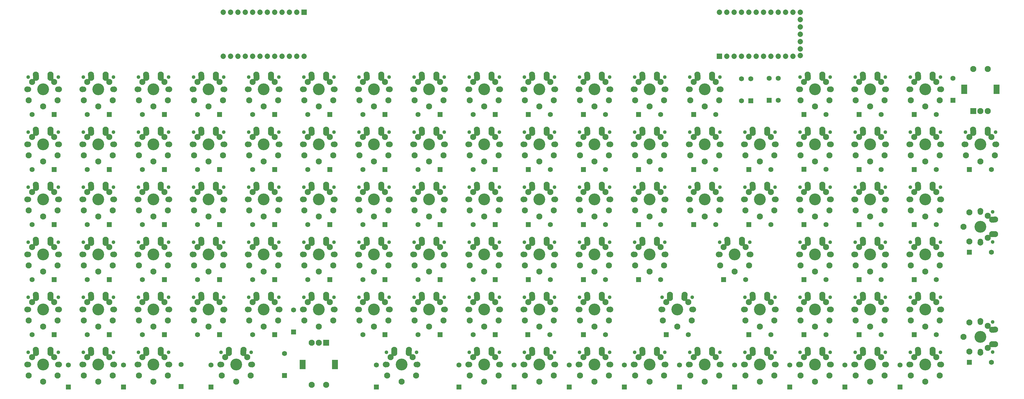
<source format=gbr>
%TF.GenerationSoftware,KiCad,Pcbnew,(5.1.6)-1*%
%TF.CreationDate,2021-03-17T18:03:01-05:00*%
%TF.ProjectId,ThreeToOne,54687265-6554-46f4-9f6e-652e6b696361,rev?*%
%TF.SameCoordinates,Original*%
%TF.FileFunction,Soldermask,Bot*%
%TF.FilePolarity,Negative*%
%FSLAX46Y46*%
G04 Gerber Fmt 4.6, Leading zero omitted, Abs format (unit mm)*
G04 Created by KiCad (PCBNEW (5.1.6)-1) date 2021-03-17 18:03:01*
%MOMM*%
%LPD*%
G01*
G04 APERTURE LIST*
%ADD10C,1.751000*%
%ADD11R,1.751000X1.751000*%
%ADD12C,1.300000*%
%ADD13C,2.100000*%
%ADD14C,2.000000*%
%ADD15C,1.900000*%
%ADD16C,4.088000*%
%ADD17C,1.852600*%
%ADD18R,1.852600X1.852600*%
%ADD19R,2.100000X2.100000*%
%ADD20R,2.100000X3.300000*%
G04 APERTURE END LIST*
D10*
%TO.C,R1*%
X470693750Y-154622500D03*
X470693750Y-147002500D03*
%TD*%
%TO.C,R0*%
X457993750Y-154781250D03*
X457993750Y-147161250D03*
%TD*%
D11*
%TO.C,LED1*%
X467518750Y-154622500D03*
D10*
X467518750Y-147002500D03*
%TD*%
D11*
%TO.C,LED0*%
X461168750Y-154781250D03*
D10*
X461168750Y-147161250D03*
%TD*%
D12*
%TO.C,SW4*%
X268623750Y-146612500D03*
D13*
X278843750Y-154612500D03*
X273843750Y-156712500D03*
X268843750Y-154612500D03*
D14*
X279343750Y-150812500D03*
X268343750Y-150812500D03*
D12*
X279063750Y-146612500D03*
D13*
X276383750Y-145732500D03*
X271343750Y-146812500D03*
X276343750Y-146312500D03*
D15*
X268763750Y-150812500D03*
D13*
X270033750Y-148272500D03*
X277653750Y-148272500D03*
X271303750Y-145732500D03*
X276343750Y-146812500D03*
D15*
X278923750Y-150812500D03*
D13*
X271343750Y-146312500D03*
D16*
X273843750Y-150812500D03*
%TD*%
D12*
%TO.C,SW7*%
X325773750Y-146612500D03*
D13*
X335993750Y-154612500D03*
X330993750Y-156712500D03*
X325993750Y-154612500D03*
D14*
X336493750Y-150812500D03*
X325493750Y-150812500D03*
D12*
X336213750Y-146612500D03*
D13*
X333533750Y-145732500D03*
X328493750Y-146812500D03*
X333493750Y-146312500D03*
D15*
X325913750Y-150812500D03*
D13*
X327183750Y-148272500D03*
X334803750Y-148272500D03*
X328453750Y-145732500D03*
X333493750Y-146812500D03*
D15*
X336073750Y-150812500D03*
D13*
X328493750Y-146312500D03*
D16*
X330993750Y-150812500D03*
%TD*%
D12*
%TO.C,SW6*%
X306723750Y-146612500D03*
D13*
X316943750Y-154612500D03*
X311943750Y-156712500D03*
X306943750Y-154612500D03*
D14*
X317443750Y-150812500D03*
X306443750Y-150812500D03*
D12*
X317163750Y-146612500D03*
D13*
X314483750Y-145732500D03*
X309443750Y-146812500D03*
X314443750Y-146312500D03*
D15*
X306863750Y-150812500D03*
D13*
X308133750Y-148272500D03*
X315753750Y-148272500D03*
X309403750Y-145732500D03*
X314443750Y-146812500D03*
D15*
X317023750Y-150812500D03*
D13*
X309443750Y-146312500D03*
D16*
X311943750Y-150812500D03*
%TD*%
D17*
%TO.C,U2*%
X478313750Y-136842500D03*
X478313750Y-134302500D03*
X478313750Y-131762500D03*
X478313750Y-129222500D03*
X478313750Y-126682500D03*
X450373750Y-124142500D03*
X478313750Y-139153900D03*
X452913750Y-124142500D03*
X455453750Y-124142500D03*
X457993750Y-124142500D03*
X460533750Y-124142500D03*
X463073750Y-124142500D03*
X465613750Y-124142500D03*
X468153750Y-124142500D03*
X470693750Y-124142500D03*
X473233750Y-124142500D03*
X475773750Y-124142500D03*
X478313750Y-124142500D03*
X475773750Y-139382500D03*
X473233750Y-139382500D03*
X470693750Y-139382500D03*
X468153750Y-139382500D03*
X465613750Y-139382500D03*
X463073750Y-139382500D03*
X460533750Y-139382500D03*
X457993750Y-139382500D03*
X455453750Y-139382500D03*
X452913750Y-139382500D03*
D18*
X450373750Y-139382500D03*
%TD*%
D17*
%TO.C,U1*%
X306863750Y-139382500D03*
X278923750Y-124142500D03*
X304323750Y-139382500D03*
X301783750Y-139382500D03*
X299243750Y-139382500D03*
X296703750Y-139382500D03*
X294163750Y-139382500D03*
X291623750Y-139382500D03*
X289083750Y-139382500D03*
X286543750Y-139382500D03*
X284003750Y-139382500D03*
X281463750Y-139382500D03*
X278923750Y-139382500D03*
X281463750Y-124142500D03*
X284003750Y-124142500D03*
X286543750Y-124142500D03*
X289083750Y-124142500D03*
X291623750Y-124142500D03*
X294163750Y-124142500D03*
X296703750Y-124142500D03*
X299243750Y-124142500D03*
X301783750Y-124142500D03*
X304323750Y-124142500D03*
D18*
X306863750Y-124142500D03*
%TD*%
D12*
%TO.C,SW69*%
X516273750Y-203762500D03*
D13*
X526493750Y-211762500D03*
X521493750Y-213862500D03*
X516493750Y-211762500D03*
D14*
X526993750Y-207962500D03*
X515993750Y-207962500D03*
D12*
X526713750Y-203762500D03*
D13*
X524033750Y-202882500D03*
X518993750Y-203962500D03*
X523993750Y-203462500D03*
D15*
X516413750Y-207962500D03*
D13*
X517683750Y-205422500D03*
X525303750Y-205422500D03*
X518953750Y-202882500D03*
X523993750Y-203962500D03*
D15*
X526573750Y-207962500D03*
D13*
X518993750Y-203462500D03*
D16*
X521493750Y-207962500D03*
%TD*%
D11*
%TO.C,D101*%
X512762500Y-253841250D03*
D10*
X512762500Y-246221250D03*
%TD*%
D11*
%TO.C,D100*%
X493712500Y-253841250D03*
D10*
X493712500Y-246221250D03*
%TD*%
D11*
%TO.C,D99*%
X474662500Y-253841250D03*
D10*
X474662500Y-246221250D03*
%TD*%
D11*
%TO.C,D98*%
X455612500Y-253841250D03*
D10*
X455612500Y-246221250D03*
%TD*%
D11*
%TO.C,D97*%
X436562500Y-253841250D03*
D10*
X436562500Y-246221250D03*
%TD*%
D11*
%TO.C,D96*%
X417512500Y-253841250D03*
D10*
X417512500Y-246221250D03*
%TD*%
D11*
%TO.C,D95*%
X398462500Y-253841250D03*
D10*
X398462500Y-246221250D03*
%TD*%
D11*
%TO.C,D94*%
X379412500Y-253841250D03*
D10*
X379412500Y-246221250D03*
%TD*%
D11*
%TO.C,D93*%
X360362500Y-253841250D03*
D10*
X360362500Y-246221250D03*
%TD*%
D11*
%TO.C,D92*%
X331787500Y-253841250D03*
D10*
X331787500Y-246221250D03*
%TD*%
D11*
%TO.C,D91*%
X300037500Y-249872500D03*
D10*
X300037500Y-242252500D03*
%TD*%
D11*
%TO.C,D90*%
X274637500Y-253841250D03*
D10*
X274637500Y-246221250D03*
%TD*%
D11*
%TO.C,D89*%
X264318750Y-253682500D03*
D10*
X264318750Y-246062500D03*
%TD*%
D11*
%TO.C,D88*%
X244475000Y-253841250D03*
D10*
X244475000Y-246221250D03*
%TD*%
D11*
%TO.C,D87*%
X225425000Y-253841250D03*
D10*
X225425000Y-246221250D03*
%TD*%
D11*
%TO.C,D86*%
X536733750Y-245268750D03*
D10*
X544353750Y-245268750D03*
%TD*%
D11*
%TO.C,D85*%
X517683750Y-235743750D03*
D10*
X525303750Y-235743750D03*
%TD*%
D11*
%TO.C,D84*%
X498633750Y-235743750D03*
D10*
X506253750Y-235743750D03*
%TD*%
D11*
%TO.C,D83*%
X479583750Y-235743750D03*
D10*
X487203750Y-235743750D03*
%TD*%
D11*
%TO.C,D82*%
X460533750Y-235743750D03*
D10*
X468153750Y-235743750D03*
%TD*%
D11*
%TO.C,D81*%
X431958750Y-235743750D03*
D10*
X439578750Y-235743750D03*
%TD*%
D11*
%TO.C,D80*%
X403383750Y-235743750D03*
D10*
X411003750Y-235743750D03*
%TD*%
D11*
%TO.C,D79*%
X384175000Y-235743750D03*
D10*
X391795000Y-235743750D03*
%TD*%
D11*
%TO.C,D78*%
X372903750Y-235743750D03*
D10*
X365283750Y-235743750D03*
%TD*%
D11*
%TO.C,D77*%
X353853750Y-235743750D03*
D10*
X346233750Y-235743750D03*
%TD*%
D11*
%TO.C,D76*%
X334803750Y-235743750D03*
D10*
X327183750Y-235743750D03*
%TD*%
D11*
%TO.C,D75*%
X303212500Y-234791250D03*
D10*
X303212500Y-227171250D03*
%TD*%
D11*
%TO.C,D74*%
X296703750Y-235743750D03*
D10*
X289083750Y-235743750D03*
%TD*%
D11*
%TO.C,D73*%
X277653750Y-235743750D03*
D10*
X270033750Y-235743750D03*
%TD*%
D11*
%TO.C,D72*%
X258603750Y-235743750D03*
D10*
X250983750Y-235743750D03*
%TD*%
D11*
%TO.C,D71*%
X239553750Y-235743750D03*
D10*
X231933750Y-235743750D03*
%TD*%
D11*
%TO.C,D70*%
X220503750Y-235743750D03*
D10*
X212883750Y-235743750D03*
%TD*%
D11*
%TO.C,D69*%
X517683750Y-216693750D03*
D10*
X525303750Y-216693750D03*
%TD*%
D11*
%TO.C,D68*%
X498633750Y-216693750D03*
D10*
X506253750Y-216693750D03*
%TD*%
D11*
%TO.C,D67*%
X479583750Y-216693750D03*
D10*
X487203750Y-216693750D03*
%TD*%
D11*
%TO.C,D66*%
X451802500Y-216693750D03*
D10*
X459422500Y-216693750D03*
%TD*%
D11*
%TO.C,D65*%
X422433750Y-216693750D03*
D10*
X430053750Y-216693750D03*
%TD*%
D11*
%TO.C,D64*%
X403383750Y-216693750D03*
D10*
X411003750Y-216693750D03*
%TD*%
D11*
%TO.C,D63*%
X384333750Y-216693750D03*
D10*
X391953750Y-216693750D03*
%TD*%
D11*
%TO.C,D62*%
X372903750Y-216693750D03*
D10*
X365283750Y-216693750D03*
%TD*%
D11*
%TO.C,D61*%
X353853750Y-216693750D03*
D10*
X346233750Y-216693750D03*
%TD*%
D11*
%TO.C,D60*%
X334803750Y-216693750D03*
D10*
X327183750Y-216693750D03*
%TD*%
D11*
%TO.C,D59*%
X315753750Y-216693750D03*
D10*
X308133750Y-216693750D03*
%TD*%
D11*
%TO.C,D58*%
X296703750Y-216693750D03*
D10*
X289083750Y-216693750D03*
%TD*%
D11*
%TO.C,D57*%
X277653750Y-216693750D03*
D10*
X270033750Y-216693750D03*
%TD*%
D11*
%TO.C,D56*%
X258603750Y-216693750D03*
D10*
X250983750Y-216693750D03*
%TD*%
D11*
%TO.C,D55*%
X239553750Y-216693750D03*
D10*
X231933750Y-216693750D03*
%TD*%
D11*
%TO.C,D54*%
X220503750Y-216693750D03*
D10*
X212883750Y-216693750D03*
%TD*%
D11*
%TO.C,D53*%
X536733750Y-207168750D03*
D10*
X544353750Y-207168750D03*
%TD*%
D11*
%TO.C,D52*%
X517683750Y-197643750D03*
D10*
X525303750Y-197643750D03*
%TD*%
D11*
%TO.C,D51*%
X498633750Y-197643750D03*
D10*
X506253750Y-197643750D03*
%TD*%
D11*
%TO.C,D50*%
X479583750Y-197643750D03*
D10*
X487203750Y-197643750D03*
%TD*%
D11*
%TO.C,D49*%
X460533750Y-197643750D03*
D10*
X468153750Y-197643750D03*
%TD*%
D11*
%TO.C,D48*%
X441483750Y-197643750D03*
D10*
X449103750Y-197643750D03*
%TD*%
D11*
%TO.C,D47*%
X422433750Y-197643750D03*
D10*
X430053750Y-197643750D03*
%TD*%
D11*
%TO.C,D46*%
X403383750Y-197643750D03*
D10*
X411003750Y-197643750D03*
%TD*%
D11*
%TO.C,D45*%
X384333750Y-197643750D03*
D10*
X391953750Y-197643750D03*
%TD*%
D11*
%TO.C,D44*%
X372903750Y-197643750D03*
D10*
X365283750Y-197643750D03*
%TD*%
D11*
%TO.C,D43*%
X353853750Y-197643750D03*
D10*
X346233750Y-197643750D03*
%TD*%
D11*
%TO.C,D42*%
X334803750Y-197643750D03*
D10*
X327183750Y-197643750D03*
%TD*%
D11*
%TO.C,D41*%
X315753750Y-197643750D03*
D10*
X308133750Y-197643750D03*
%TD*%
D11*
%TO.C,D40*%
X296703750Y-197643750D03*
D10*
X289083750Y-197643750D03*
%TD*%
D11*
%TO.C,D39*%
X277653750Y-197643750D03*
D10*
X270033750Y-197643750D03*
%TD*%
D11*
%TO.C,D38*%
X258603750Y-197643750D03*
D10*
X250983750Y-197643750D03*
%TD*%
D11*
%TO.C,D37*%
X239553750Y-197643750D03*
D10*
X231933750Y-197643750D03*
%TD*%
D11*
%TO.C,D36*%
X220503750Y-197643750D03*
D10*
X212883750Y-197643750D03*
%TD*%
D11*
%TO.C,D35*%
X536733750Y-178593750D03*
D10*
X544353750Y-178593750D03*
%TD*%
D11*
%TO.C,D34*%
X517683750Y-178593750D03*
D10*
X525303750Y-178593750D03*
%TD*%
D11*
%TO.C,D33*%
X498633750Y-178593750D03*
D10*
X506253750Y-178593750D03*
%TD*%
D11*
%TO.C,D32*%
X479583750Y-178520000D03*
D10*
X487203750Y-178520000D03*
%TD*%
D11*
%TO.C,D31*%
X460533750Y-178593750D03*
D10*
X468153750Y-178593750D03*
%TD*%
D11*
%TO.C,D30*%
X441483750Y-178593750D03*
D10*
X449103750Y-178593750D03*
%TD*%
D11*
%TO.C,D29*%
X422433750Y-178593750D03*
D10*
X430053750Y-178593750D03*
%TD*%
D11*
%TO.C,D28*%
X403383750Y-178593750D03*
D10*
X411003750Y-178593750D03*
%TD*%
D11*
%TO.C,D27*%
X384333750Y-178593750D03*
D10*
X391953750Y-178593750D03*
%TD*%
D11*
%TO.C,D26*%
X372903750Y-178593750D03*
D10*
X365283750Y-178593750D03*
%TD*%
D11*
%TO.C,D25*%
X353853750Y-178593750D03*
D10*
X346233750Y-178593750D03*
%TD*%
D11*
%TO.C,D24*%
X334803750Y-178593750D03*
D10*
X327183750Y-178593750D03*
%TD*%
D11*
%TO.C,D23*%
X315753750Y-178593750D03*
D10*
X308133750Y-178593750D03*
%TD*%
D11*
%TO.C,D22*%
X296703750Y-178593750D03*
D10*
X289083750Y-178593750D03*
%TD*%
D11*
%TO.C,D21*%
X277653750Y-178593750D03*
D10*
X270033750Y-178593750D03*
%TD*%
D11*
%TO.C,D20*%
X258603750Y-178593750D03*
D10*
X250983750Y-178593750D03*
%TD*%
D11*
%TO.C,D19*%
X239553750Y-178593750D03*
D10*
X231933750Y-178593750D03*
%TD*%
D11*
%TO.C,D18*%
X220503750Y-178593750D03*
D10*
X212883750Y-178593750D03*
%TD*%
D11*
%TO.C,D17*%
X531018750Y-154622500D03*
D10*
X531018750Y-147002500D03*
%TD*%
D11*
%TO.C,D16*%
X517683750Y-159543750D03*
D10*
X525303750Y-159543750D03*
%TD*%
D11*
%TO.C,D15*%
X498633750Y-159543750D03*
D10*
X506253750Y-159543750D03*
%TD*%
D11*
%TO.C,D14*%
X479583750Y-159543750D03*
D10*
X487203750Y-159543750D03*
%TD*%
D11*
%TO.C,D13*%
X441483750Y-159543750D03*
D10*
X449103750Y-159543750D03*
%TD*%
D11*
%TO.C,D12*%
X422433750Y-159543750D03*
D10*
X430053750Y-159543750D03*
%TD*%
D11*
%TO.C,D11*%
X403383750Y-159543750D03*
D10*
X411003750Y-159543750D03*
%TD*%
D11*
%TO.C,D10*%
X384333750Y-159543750D03*
D10*
X391953750Y-159543750D03*
%TD*%
D11*
%TO.C,D9*%
X372903750Y-159543750D03*
D10*
X365283750Y-159543750D03*
%TD*%
D11*
%TO.C,D8*%
X353853750Y-159543750D03*
D10*
X346233750Y-159543750D03*
%TD*%
D11*
%TO.C,D7*%
X334803750Y-159543750D03*
D10*
X327183750Y-159543750D03*
%TD*%
D11*
%TO.C,D6*%
X315753750Y-159543750D03*
D10*
X308133750Y-159543750D03*
%TD*%
D11*
%TO.C,D5*%
X296703750Y-159543750D03*
D10*
X289083750Y-159543750D03*
%TD*%
D11*
%TO.C,D4*%
X277653750Y-159543750D03*
D10*
X270033750Y-159543750D03*
%TD*%
D11*
%TO.C,D3*%
X258603750Y-159543750D03*
D10*
X250983750Y-159543750D03*
%TD*%
D11*
%TO.C,D2*%
X239553750Y-159543750D03*
D10*
X231933750Y-159543750D03*
%TD*%
D11*
%TO.C,D1*%
X220503750Y-159543750D03*
D10*
X212883750Y-159543750D03*
%TD*%
D19*
%TO.C,SW17*%
X538043750Y-158312500D03*
D13*
X540543750Y-158312500D03*
X543043750Y-158312500D03*
D20*
X534943750Y-150812500D03*
X546143750Y-150812500D03*
D13*
X538043750Y-143812500D03*
X543043750Y-143812500D03*
%TD*%
D12*
%TO.C,SW101*%
X516273750Y-241862500D03*
D13*
X526493750Y-249862500D03*
X521493750Y-251962500D03*
X516493750Y-249862500D03*
D14*
X526993750Y-246062500D03*
X515993750Y-246062500D03*
D12*
X526713750Y-241862500D03*
D13*
X524033750Y-240982500D03*
X518993750Y-242062500D03*
X523993750Y-241562500D03*
D15*
X516413750Y-246062500D03*
D13*
X517683750Y-243522500D03*
X525303750Y-243522500D03*
X518953750Y-240982500D03*
X523993750Y-242062500D03*
D15*
X526573750Y-246062500D03*
D13*
X518993750Y-241562500D03*
D16*
X521493750Y-246062500D03*
%TD*%
D12*
%TO.C,SW100*%
X497223750Y-241862500D03*
D13*
X507443750Y-249862500D03*
X502443750Y-251962500D03*
X497443750Y-249862500D03*
D14*
X507943750Y-246062500D03*
X496943750Y-246062500D03*
D12*
X507663750Y-241862500D03*
D13*
X504983750Y-240982500D03*
X499943750Y-242062500D03*
X504943750Y-241562500D03*
D15*
X497363750Y-246062500D03*
D13*
X498633750Y-243522500D03*
X506253750Y-243522500D03*
X499903750Y-240982500D03*
X504943750Y-242062500D03*
D15*
X507523750Y-246062500D03*
D13*
X499943750Y-241562500D03*
D16*
X502443750Y-246062500D03*
%TD*%
D12*
%TO.C,SW99*%
X478173750Y-241862500D03*
D13*
X488393750Y-249862500D03*
X483393750Y-251962500D03*
X478393750Y-249862500D03*
D14*
X488893750Y-246062500D03*
X477893750Y-246062500D03*
D12*
X488613750Y-241862500D03*
D13*
X485933750Y-240982500D03*
X480893750Y-242062500D03*
X485893750Y-241562500D03*
D15*
X478313750Y-246062500D03*
D13*
X479583750Y-243522500D03*
X487203750Y-243522500D03*
X480853750Y-240982500D03*
X485893750Y-242062500D03*
D15*
X488473750Y-246062500D03*
D13*
X480893750Y-241562500D03*
D16*
X483393750Y-246062500D03*
%TD*%
D12*
%TO.C,SW98*%
X459123750Y-241862500D03*
D13*
X469343750Y-249862500D03*
X464343750Y-251962500D03*
X459343750Y-249862500D03*
D14*
X469843750Y-246062500D03*
X458843750Y-246062500D03*
D12*
X469563750Y-241862500D03*
D13*
X466883750Y-240982500D03*
X461843750Y-242062500D03*
X466843750Y-241562500D03*
D15*
X459263750Y-246062500D03*
D13*
X460533750Y-243522500D03*
X468153750Y-243522500D03*
X461803750Y-240982500D03*
X466843750Y-242062500D03*
D15*
X469423750Y-246062500D03*
D13*
X461843750Y-241562500D03*
D16*
X464343750Y-246062500D03*
%TD*%
D12*
%TO.C,SW97*%
X440073750Y-241862500D03*
D13*
X450293750Y-249862500D03*
X445293750Y-251962500D03*
X440293750Y-249862500D03*
D14*
X450793750Y-246062500D03*
X439793750Y-246062500D03*
D12*
X450513750Y-241862500D03*
D13*
X447833750Y-240982500D03*
X442793750Y-242062500D03*
X447793750Y-241562500D03*
D15*
X440213750Y-246062500D03*
D13*
X441483750Y-243522500D03*
X449103750Y-243522500D03*
X442753750Y-240982500D03*
X447793750Y-242062500D03*
D15*
X450373750Y-246062500D03*
D13*
X442793750Y-241562500D03*
D16*
X445293750Y-246062500D03*
%TD*%
D12*
%TO.C,SW96*%
X421023750Y-241862500D03*
D13*
X431243750Y-249862500D03*
X426243750Y-251962500D03*
X421243750Y-249862500D03*
D14*
X431743750Y-246062500D03*
X420743750Y-246062500D03*
D12*
X431463750Y-241862500D03*
D13*
X428783750Y-240982500D03*
X423743750Y-242062500D03*
X428743750Y-241562500D03*
D15*
X421163750Y-246062500D03*
D13*
X422433750Y-243522500D03*
X430053750Y-243522500D03*
X423703750Y-240982500D03*
X428743750Y-242062500D03*
D15*
X431323750Y-246062500D03*
D13*
X423743750Y-241562500D03*
D16*
X426243750Y-246062500D03*
%TD*%
D12*
%TO.C,SW95*%
X401973750Y-241862500D03*
D13*
X412193750Y-249862500D03*
X407193750Y-251962500D03*
X402193750Y-249862500D03*
D14*
X412693750Y-246062500D03*
X401693750Y-246062500D03*
D12*
X412413750Y-241862500D03*
D13*
X409733750Y-240982500D03*
X404693750Y-242062500D03*
X409693750Y-241562500D03*
D15*
X402113750Y-246062500D03*
D13*
X403383750Y-243522500D03*
X411003750Y-243522500D03*
X404653750Y-240982500D03*
X409693750Y-242062500D03*
D15*
X412273750Y-246062500D03*
D13*
X404693750Y-241562500D03*
D16*
X407193750Y-246062500D03*
%TD*%
D12*
%TO.C,SW94*%
X382923750Y-241862500D03*
D13*
X393143750Y-249862500D03*
X388143750Y-251962500D03*
X383143750Y-249862500D03*
D14*
X393643750Y-246062500D03*
X382643750Y-246062500D03*
D12*
X393363750Y-241862500D03*
D13*
X390683750Y-240982500D03*
X385643750Y-242062500D03*
X390643750Y-241562500D03*
D15*
X383063750Y-246062500D03*
D13*
X384333750Y-243522500D03*
X391953750Y-243522500D03*
X385603750Y-240982500D03*
X390643750Y-242062500D03*
D15*
X393223750Y-246062500D03*
D13*
X385643750Y-241562500D03*
D16*
X388143750Y-246062500D03*
%TD*%
D12*
%TO.C,SW93*%
X363873750Y-241862500D03*
D13*
X374093750Y-249862500D03*
X369093750Y-251962500D03*
X364093750Y-249862500D03*
D14*
X374593750Y-246062500D03*
X363593750Y-246062500D03*
D12*
X374313750Y-241862500D03*
D13*
X371633750Y-240982500D03*
X366593750Y-242062500D03*
X371593750Y-241562500D03*
D15*
X364013750Y-246062500D03*
D13*
X365283750Y-243522500D03*
X372903750Y-243522500D03*
X366553750Y-240982500D03*
X371593750Y-242062500D03*
D15*
X374173750Y-246062500D03*
D13*
X366593750Y-241562500D03*
D16*
X369093750Y-246062500D03*
%TD*%
D12*
%TO.C,SW92*%
X335298750Y-241862500D03*
D13*
X345518750Y-249862500D03*
X340518750Y-251962500D03*
X335518750Y-249862500D03*
D14*
X346018750Y-246062500D03*
X335018750Y-246062500D03*
D12*
X345738750Y-241862500D03*
D13*
X343058750Y-240982500D03*
X338018750Y-242062500D03*
X343018750Y-241562500D03*
D15*
X335438750Y-246062500D03*
D13*
X336708750Y-243522500D03*
X344328750Y-243522500D03*
X337978750Y-240982500D03*
X343018750Y-242062500D03*
D15*
X345598750Y-246062500D03*
D13*
X338018750Y-241562500D03*
D16*
X340518750Y-246062500D03*
%TD*%
D19*
%TO.C,SW91*%
X314443750Y-238562500D03*
D13*
X311943750Y-238562500D03*
X309443750Y-238562500D03*
D20*
X317543750Y-246062500D03*
X306343750Y-246062500D03*
D13*
X314443750Y-253062500D03*
X309443750Y-253062500D03*
%TD*%
D12*
%TO.C,SW90*%
X278148750Y-241862500D03*
D13*
X288368750Y-249862500D03*
X283368750Y-251962500D03*
X278368750Y-249862500D03*
D14*
X288868750Y-246062500D03*
X277868750Y-246062500D03*
D12*
X288588750Y-241862500D03*
D13*
X285908750Y-240982500D03*
X280868750Y-242062500D03*
X285868750Y-241562500D03*
D15*
X278288750Y-246062500D03*
D13*
X279558750Y-243522500D03*
X287178750Y-243522500D03*
X280828750Y-240982500D03*
X285868750Y-242062500D03*
D15*
X288448750Y-246062500D03*
D13*
X280868750Y-241562500D03*
D16*
X283368750Y-246062500D03*
%TD*%
D12*
%TO.C,SW89*%
X249573750Y-241862500D03*
D13*
X259793750Y-249862500D03*
X254793750Y-251962500D03*
X249793750Y-249862500D03*
D14*
X260293750Y-246062500D03*
X249293750Y-246062500D03*
D12*
X260013750Y-241862500D03*
D13*
X257333750Y-240982500D03*
X252293750Y-242062500D03*
X257293750Y-241562500D03*
D15*
X249713750Y-246062500D03*
D13*
X250983750Y-243522500D03*
X258603750Y-243522500D03*
X252253750Y-240982500D03*
X257293750Y-242062500D03*
D15*
X259873750Y-246062500D03*
D13*
X252293750Y-241562500D03*
D16*
X254793750Y-246062500D03*
%TD*%
D12*
%TO.C,SW88*%
X230523750Y-241862500D03*
D13*
X240743750Y-249862500D03*
X235743750Y-251962500D03*
X230743750Y-249862500D03*
D14*
X241243750Y-246062500D03*
X230243750Y-246062500D03*
D12*
X240963750Y-241862500D03*
D13*
X238283750Y-240982500D03*
X233243750Y-242062500D03*
X238243750Y-241562500D03*
D15*
X230663750Y-246062500D03*
D13*
X231933750Y-243522500D03*
X239553750Y-243522500D03*
X233203750Y-240982500D03*
X238243750Y-242062500D03*
D15*
X240823750Y-246062500D03*
D13*
X233243750Y-241562500D03*
D16*
X235743750Y-246062500D03*
%TD*%
D12*
%TO.C,SW87*%
X211473750Y-241862500D03*
D13*
X221693750Y-249862500D03*
X216693750Y-251962500D03*
X211693750Y-249862500D03*
D14*
X222193750Y-246062500D03*
X211193750Y-246062500D03*
D12*
X221913750Y-241862500D03*
D13*
X219233750Y-240982500D03*
X214193750Y-242062500D03*
X219193750Y-241562500D03*
D15*
X211613750Y-246062500D03*
D13*
X212883750Y-243522500D03*
X220503750Y-243522500D03*
X214153750Y-240982500D03*
X219193750Y-242062500D03*
D15*
X221773750Y-246062500D03*
D13*
X214193750Y-241562500D03*
D16*
X216693750Y-246062500D03*
%TD*%
D12*
%TO.C,SW86*%
X544743750Y-231317500D03*
D13*
X536743750Y-241537500D03*
X534643750Y-236537500D03*
X536743750Y-231537500D03*
D14*
X540543750Y-242037500D03*
X540543750Y-231037500D03*
D12*
X544743750Y-241757500D03*
D13*
X545623750Y-239077500D03*
X544543750Y-234037500D03*
X545043750Y-239037500D03*
D15*
X540543750Y-231457500D03*
D13*
X543083750Y-232727500D03*
X543083750Y-240347500D03*
X545623750Y-233997500D03*
X544543750Y-239037500D03*
D15*
X540543750Y-241617500D03*
D13*
X545043750Y-234037500D03*
D16*
X540543750Y-236537500D03*
%TD*%
D12*
%TO.C,SW85*%
X516273750Y-222812500D03*
D13*
X526493750Y-230812500D03*
X521493750Y-232912500D03*
X516493750Y-230812500D03*
D14*
X526993750Y-227012500D03*
X515993750Y-227012500D03*
D12*
X526713750Y-222812500D03*
D13*
X524033750Y-221932500D03*
X518993750Y-223012500D03*
X523993750Y-222512500D03*
D15*
X516413750Y-227012500D03*
D13*
X517683750Y-224472500D03*
X525303750Y-224472500D03*
X518953750Y-221932500D03*
X523993750Y-223012500D03*
D15*
X526573750Y-227012500D03*
D13*
X518993750Y-222512500D03*
D16*
X521493750Y-227012500D03*
%TD*%
D12*
%TO.C,SW84*%
X497223750Y-222812500D03*
D13*
X507443750Y-230812500D03*
X502443750Y-232912500D03*
X497443750Y-230812500D03*
D14*
X507943750Y-227012500D03*
X496943750Y-227012500D03*
D12*
X507663750Y-222812500D03*
D13*
X504983750Y-221932500D03*
X499943750Y-223012500D03*
X504943750Y-222512500D03*
D15*
X497363750Y-227012500D03*
D13*
X498633750Y-224472500D03*
X506253750Y-224472500D03*
X499903750Y-221932500D03*
X504943750Y-223012500D03*
D15*
X507523750Y-227012500D03*
D13*
X499943750Y-222512500D03*
D16*
X502443750Y-227012500D03*
%TD*%
D12*
%TO.C,SW83*%
X478173750Y-222812500D03*
D13*
X488393750Y-230812500D03*
X483393750Y-232912500D03*
X478393750Y-230812500D03*
D14*
X488893750Y-227012500D03*
X477893750Y-227012500D03*
D12*
X488613750Y-222812500D03*
D13*
X485933750Y-221932500D03*
X480893750Y-223012500D03*
X485893750Y-222512500D03*
D15*
X478313750Y-227012500D03*
D13*
X479583750Y-224472500D03*
X487203750Y-224472500D03*
X480853750Y-221932500D03*
X485893750Y-223012500D03*
D15*
X488473750Y-227012500D03*
D13*
X480893750Y-222512500D03*
D16*
X483393750Y-227012500D03*
%TD*%
D12*
%TO.C,SW82*%
X459123750Y-222812500D03*
D13*
X469343750Y-230812500D03*
X464343750Y-232912500D03*
X459343750Y-230812500D03*
D14*
X469843750Y-227012500D03*
X458843750Y-227012500D03*
D12*
X469563750Y-222812500D03*
D13*
X466883750Y-221932500D03*
X461843750Y-223012500D03*
X466843750Y-222512500D03*
D15*
X459263750Y-227012500D03*
D13*
X460533750Y-224472500D03*
X468153750Y-224472500D03*
X461803750Y-221932500D03*
X466843750Y-223012500D03*
D15*
X469423750Y-227012500D03*
D13*
X461843750Y-222512500D03*
D16*
X464343750Y-227012500D03*
%TD*%
D12*
%TO.C,SW81*%
X430548750Y-222812500D03*
D13*
X440768750Y-230812500D03*
X435768750Y-232912500D03*
X430768750Y-230812500D03*
D14*
X441268750Y-227012500D03*
X430268750Y-227012500D03*
D12*
X440988750Y-222812500D03*
D13*
X438308750Y-221932500D03*
X433268750Y-223012500D03*
X438268750Y-222512500D03*
D15*
X430688750Y-227012500D03*
D13*
X431958750Y-224472500D03*
X439578750Y-224472500D03*
X433228750Y-221932500D03*
X438268750Y-223012500D03*
D15*
X440848750Y-227012500D03*
D13*
X433268750Y-222512500D03*
D16*
X435768750Y-227012500D03*
%TD*%
D12*
%TO.C,SW80*%
X401973750Y-222812500D03*
D13*
X412193750Y-230812500D03*
X407193750Y-232912500D03*
X402193750Y-230812500D03*
D14*
X412693750Y-227012500D03*
X401693750Y-227012500D03*
D12*
X412413750Y-222812500D03*
D13*
X409733750Y-221932500D03*
X404693750Y-223012500D03*
X409693750Y-222512500D03*
D15*
X402113750Y-227012500D03*
D13*
X403383750Y-224472500D03*
X411003750Y-224472500D03*
X404653750Y-221932500D03*
X409693750Y-223012500D03*
D15*
X412273750Y-227012500D03*
D13*
X404693750Y-222512500D03*
D16*
X407193750Y-227012500D03*
%TD*%
D12*
%TO.C,SW79*%
X382923750Y-222812500D03*
D13*
X393143750Y-230812500D03*
X388143750Y-232912500D03*
X383143750Y-230812500D03*
D14*
X393643750Y-227012500D03*
X382643750Y-227012500D03*
D12*
X393363750Y-222812500D03*
D13*
X390683750Y-221932500D03*
X385643750Y-223012500D03*
X390643750Y-222512500D03*
D15*
X383063750Y-227012500D03*
D13*
X384333750Y-224472500D03*
X391953750Y-224472500D03*
X385603750Y-221932500D03*
X390643750Y-223012500D03*
D15*
X393223750Y-227012500D03*
D13*
X385643750Y-222512500D03*
D16*
X388143750Y-227012500D03*
%TD*%
D12*
%TO.C,SW78*%
X363873750Y-222812500D03*
D13*
X374093750Y-230812500D03*
X369093750Y-232912500D03*
X364093750Y-230812500D03*
D14*
X374593750Y-227012500D03*
X363593750Y-227012500D03*
D12*
X374313750Y-222812500D03*
D13*
X371633750Y-221932500D03*
X366593750Y-223012500D03*
X371593750Y-222512500D03*
D15*
X364013750Y-227012500D03*
D13*
X365283750Y-224472500D03*
X372903750Y-224472500D03*
X366553750Y-221932500D03*
X371593750Y-223012500D03*
D15*
X374173750Y-227012500D03*
D13*
X366593750Y-222512500D03*
D16*
X369093750Y-227012500D03*
%TD*%
D12*
%TO.C,SW77*%
X344823750Y-222812500D03*
D13*
X355043750Y-230812500D03*
X350043750Y-232912500D03*
X345043750Y-230812500D03*
D14*
X355543750Y-227012500D03*
X344543750Y-227012500D03*
D12*
X355263750Y-222812500D03*
D13*
X352583750Y-221932500D03*
X347543750Y-223012500D03*
X352543750Y-222512500D03*
D15*
X344963750Y-227012500D03*
D13*
X346233750Y-224472500D03*
X353853750Y-224472500D03*
X347503750Y-221932500D03*
X352543750Y-223012500D03*
D15*
X355123750Y-227012500D03*
D13*
X347543750Y-222512500D03*
D16*
X350043750Y-227012500D03*
%TD*%
D12*
%TO.C,SW76*%
X325773750Y-222812500D03*
D13*
X335993750Y-230812500D03*
X330993750Y-232912500D03*
X325993750Y-230812500D03*
D14*
X336493750Y-227012500D03*
X325493750Y-227012500D03*
D12*
X336213750Y-222812500D03*
D13*
X333533750Y-221932500D03*
X328493750Y-223012500D03*
X333493750Y-222512500D03*
D15*
X325913750Y-227012500D03*
D13*
X327183750Y-224472500D03*
X334803750Y-224472500D03*
X328453750Y-221932500D03*
X333493750Y-223012500D03*
D15*
X336073750Y-227012500D03*
D13*
X328493750Y-222512500D03*
D16*
X330993750Y-227012500D03*
%TD*%
D12*
%TO.C,SW75*%
X306723750Y-222812500D03*
D13*
X316943750Y-230812500D03*
X311943750Y-232912500D03*
X306943750Y-230812500D03*
D14*
X317443750Y-227012500D03*
X306443750Y-227012500D03*
D12*
X317163750Y-222812500D03*
D13*
X314483750Y-221932500D03*
X309443750Y-223012500D03*
X314443750Y-222512500D03*
D15*
X306863750Y-227012500D03*
D13*
X308133750Y-224472500D03*
X315753750Y-224472500D03*
X309403750Y-221932500D03*
X314443750Y-223012500D03*
D15*
X317023750Y-227012500D03*
D13*
X309443750Y-222512500D03*
D16*
X311943750Y-227012500D03*
%TD*%
D12*
%TO.C,SW74*%
X287673750Y-222812500D03*
D13*
X297893750Y-230812500D03*
X292893750Y-232912500D03*
X287893750Y-230812500D03*
D14*
X298393750Y-227012500D03*
X287393750Y-227012500D03*
D12*
X298113750Y-222812500D03*
D13*
X295433750Y-221932500D03*
X290393750Y-223012500D03*
X295393750Y-222512500D03*
D15*
X287813750Y-227012500D03*
D13*
X289083750Y-224472500D03*
X296703750Y-224472500D03*
X290353750Y-221932500D03*
X295393750Y-223012500D03*
D15*
X297973750Y-227012500D03*
D13*
X290393750Y-222512500D03*
D16*
X292893750Y-227012500D03*
%TD*%
D12*
%TO.C,SW73*%
X268623750Y-222812500D03*
D13*
X278843750Y-230812500D03*
X273843750Y-232912500D03*
X268843750Y-230812500D03*
D14*
X279343750Y-227012500D03*
X268343750Y-227012500D03*
D12*
X279063750Y-222812500D03*
D13*
X276383750Y-221932500D03*
X271343750Y-223012500D03*
X276343750Y-222512500D03*
D15*
X268763750Y-227012500D03*
D13*
X270033750Y-224472500D03*
X277653750Y-224472500D03*
X271303750Y-221932500D03*
X276343750Y-223012500D03*
D15*
X278923750Y-227012500D03*
D13*
X271343750Y-222512500D03*
D16*
X273843750Y-227012500D03*
%TD*%
D12*
%TO.C,SW72*%
X249573750Y-222812500D03*
D13*
X259793750Y-230812500D03*
X254793750Y-232912500D03*
X249793750Y-230812500D03*
D14*
X260293750Y-227012500D03*
X249293750Y-227012500D03*
D12*
X260013750Y-222812500D03*
D13*
X257333750Y-221932500D03*
X252293750Y-223012500D03*
X257293750Y-222512500D03*
D15*
X249713750Y-227012500D03*
D13*
X250983750Y-224472500D03*
X258603750Y-224472500D03*
X252253750Y-221932500D03*
X257293750Y-223012500D03*
D15*
X259873750Y-227012500D03*
D13*
X252293750Y-222512500D03*
D16*
X254793750Y-227012500D03*
%TD*%
D12*
%TO.C,SW71*%
X230523750Y-222812500D03*
D13*
X240743750Y-230812500D03*
X235743750Y-232912500D03*
X230743750Y-230812500D03*
D14*
X241243750Y-227012500D03*
X230243750Y-227012500D03*
D12*
X240963750Y-222812500D03*
D13*
X238283750Y-221932500D03*
X233243750Y-223012500D03*
X238243750Y-222512500D03*
D15*
X230663750Y-227012500D03*
D13*
X231933750Y-224472500D03*
X239553750Y-224472500D03*
X233203750Y-221932500D03*
X238243750Y-223012500D03*
D15*
X240823750Y-227012500D03*
D13*
X233243750Y-222512500D03*
D16*
X235743750Y-227012500D03*
%TD*%
D12*
%TO.C,SW70*%
X211473750Y-222812500D03*
D13*
X221693750Y-230812500D03*
X216693750Y-232912500D03*
X211693750Y-230812500D03*
D14*
X222193750Y-227012500D03*
X211193750Y-227012500D03*
D12*
X221913750Y-222812500D03*
D13*
X219233750Y-221932500D03*
X214193750Y-223012500D03*
X219193750Y-222512500D03*
D15*
X211613750Y-227012500D03*
D13*
X212883750Y-224472500D03*
X220503750Y-224472500D03*
X214153750Y-221932500D03*
X219193750Y-223012500D03*
D15*
X221773750Y-227012500D03*
D13*
X214193750Y-222512500D03*
D16*
X216693750Y-227012500D03*
%TD*%
D12*
%TO.C,SW68*%
X497223750Y-203762500D03*
D13*
X507443750Y-211762500D03*
X502443750Y-213862500D03*
X497443750Y-211762500D03*
D14*
X507943750Y-207962500D03*
X496943750Y-207962500D03*
D12*
X507663750Y-203762500D03*
D13*
X504983750Y-202882500D03*
X499943750Y-203962500D03*
X504943750Y-203462500D03*
D15*
X497363750Y-207962500D03*
D13*
X498633750Y-205422500D03*
X506253750Y-205422500D03*
X499903750Y-202882500D03*
X504943750Y-203962500D03*
D15*
X507523750Y-207962500D03*
D13*
X499943750Y-203462500D03*
D16*
X502443750Y-207962500D03*
%TD*%
D12*
%TO.C,SW67*%
X478173750Y-203762500D03*
D13*
X488393750Y-211762500D03*
X483393750Y-213862500D03*
X478393750Y-211762500D03*
D14*
X488893750Y-207962500D03*
X477893750Y-207962500D03*
D12*
X488613750Y-203762500D03*
D13*
X485933750Y-202882500D03*
X480893750Y-203962500D03*
X485893750Y-203462500D03*
D15*
X478313750Y-207962500D03*
D13*
X479583750Y-205422500D03*
X487203750Y-205422500D03*
X480853750Y-202882500D03*
X485893750Y-203962500D03*
D15*
X488473750Y-207962500D03*
D13*
X480893750Y-203462500D03*
D16*
X483393750Y-207962500D03*
%TD*%
D12*
%TO.C,SW66*%
X450392500Y-203762500D03*
D13*
X460612500Y-211762500D03*
X455612500Y-213862500D03*
X450612500Y-211762500D03*
D14*
X461112500Y-207962500D03*
X450112500Y-207962500D03*
D12*
X460832500Y-203762500D03*
D13*
X458152500Y-202882500D03*
X453112500Y-203962500D03*
X458112500Y-203462500D03*
D15*
X450532500Y-207962500D03*
D13*
X451802500Y-205422500D03*
X459422500Y-205422500D03*
X453072500Y-202882500D03*
X458112500Y-203962500D03*
D15*
X460692500Y-207962500D03*
D13*
X453112500Y-203462500D03*
D16*
X455612500Y-207962500D03*
%TD*%
D12*
%TO.C,SW65*%
X421023750Y-203762500D03*
D13*
X431243750Y-211762500D03*
X426243750Y-213862500D03*
X421243750Y-211762500D03*
D14*
X431743750Y-207962500D03*
X420743750Y-207962500D03*
D12*
X431463750Y-203762500D03*
D13*
X428783750Y-202882500D03*
X423743750Y-203962500D03*
X428743750Y-203462500D03*
D15*
X421163750Y-207962500D03*
D13*
X422433750Y-205422500D03*
X430053750Y-205422500D03*
X423703750Y-202882500D03*
X428743750Y-203962500D03*
D15*
X431323750Y-207962500D03*
D13*
X423743750Y-203462500D03*
D16*
X426243750Y-207962500D03*
%TD*%
D12*
%TO.C,SW64*%
X401973750Y-203762500D03*
D13*
X412193750Y-211762500D03*
X407193750Y-213862500D03*
X402193750Y-211762500D03*
D14*
X412693750Y-207962500D03*
X401693750Y-207962500D03*
D12*
X412413750Y-203762500D03*
D13*
X409733750Y-202882500D03*
X404693750Y-203962500D03*
X409693750Y-203462500D03*
D15*
X402113750Y-207962500D03*
D13*
X403383750Y-205422500D03*
X411003750Y-205422500D03*
X404653750Y-202882500D03*
X409693750Y-203962500D03*
D15*
X412273750Y-207962500D03*
D13*
X404693750Y-203462500D03*
D16*
X407193750Y-207962500D03*
%TD*%
D12*
%TO.C,SW63*%
X382923750Y-203762500D03*
D13*
X393143750Y-211762500D03*
X388143750Y-213862500D03*
X383143750Y-211762500D03*
D14*
X393643750Y-207962500D03*
X382643750Y-207962500D03*
D12*
X393363750Y-203762500D03*
D13*
X390683750Y-202882500D03*
X385643750Y-203962500D03*
X390643750Y-203462500D03*
D15*
X383063750Y-207962500D03*
D13*
X384333750Y-205422500D03*
X391953750Y-205422500D03*
X385603750Y-202882500D03*
X390643750Y-203962500D03*
D15*
X393223750Y-207962500D03*
D13*
X385643750Y-203462500D03*
D16*
X388143750Y-207962500D03*
%TD*%
D12*
%TO.C,SW62*%
X363873750Y-203762500D03*
D13*
X374093750Y-211762500D03*
X369093750Y-213862500D03*
X364093750Y-211762500D03*
D14*
X374593750Y-207962500D03*
X363593750Y-207962500D03*
D12*
X374313750Y-203762500D03*
D13*
X371633750Y-202882500D03*
X366593750Y-203962500D03*
X371593750Y-203462500D03*
D15*
X364013750Y-207962500D03*
D13*
X365283750Y-205422500D03*
X372903750Y-205422500D03*
X366553750Y-202882500D03*
X371593750Y-203962500D03*
D15*
X374173750Y-207962500D03*
D13*
X366593750Y-203462500D03*
D16*
X369093750Y-207962500D03*
%TD*%
D12*
%TO.C,SW61*%
X344823750Y-203762500D03*
D13*
X355043750Y-211762500D03*
X350043750Y-213862500D03*
X345043750Y-211762500D03*
D14*
X355543750Y-207962500D03*
X344543750Y-207962500D03*
D12*
X355263750Y-203762500D03*
D13*
X352583750Y-202882500D03*
X347543750Y-203962500D03*
X352543750Y-203462500D03*
D15*
X344963750Y-207962500D03*
D13*
X346233750Y-205422500D03*
X353853750Y-205422500D03*
X347503750Y-202882500D03*
X352543750Y-203962500D03*
D15*
X355123750Y-207962500D03*
D13*
X347543750Y-203462500D03*
D16*
X350043750Y-207962500D03*
%TD*%
D12*
%TO.C,SW60*%
X325773750Y-203762500D03*
D13*
X335993750Y-211762500D03*
X330993750Y-213862500D03*
X325993750Y-211762500D03*
D14*
X336493750Y-207962500D03*
X325493750Y-207962500D03*
D12*
X336213750Y-203762500D03*
D13*
X333533750Y-202882500D03*
X328493750Y-203962500D03*
X333493750Y-203462500D03*
D15*
X325913750Y-207962500D03*
D13*
X327183750Y-205422500D03*
X334803750Y-205422500D03*
X328453750Y-202882500D03*
X333493750Y-203962500D03*
D15*
X336073750Y-207962500D03*
D13*
X328493750Y-203462500D03*
D16*
X330993750Y-207962500D03*
%TD*%
D12*
%TO.C,SW59*%
X306723750Y-203762500D03*
D13*
X316943750Y-211762500D03*
X311943750Y-213862500D03*
X306943750Y-211762500D03*
D14*
X317443750Y-207962500D03*
X306443750Y-207962500D03*
D12*
X317163750Y-203762500D03*
D13*
X314483750Y-202882500D03*
X309443750Y-203962500D03*
X314443750Y-203462500D03*
D15*
X306863750Y-207962500D03*
D13*
X308133750Y-205422500D03*
X315753750Y-205422500D03*
X309403750Y-202882500D03*
X314443750Y-203962500D03*
D15*
X317023750Y-207962500D03*
D13*
X309443750Y-203462500D03*
D16*
X311943750Y-207962500D03*
%TD*%
D12*
%TO.C,SW58*%
X287673750Y-203762500D03*
D13*
X297893750Y-211762500D03*
X292893750Y-213862500D03*
X287893750Y-211762500D03*
D14*
X298393750Y-207962500D03*
X287393750Y-207962500D03*
D12*
X298113750Y-203762500D03*
D13*
X295433750Y-202882500D03*
X290393750Y-203962500D03*
X295393750Y-203462500D03*
D15*
X287813750Y-207962500D03*
D13*
X289083750Y-205422500D03*
X296703750Y-205422500D03*
X290353750Y-202882500D03*
X295393750Y-203962500D03*
D15*
X297973750Y-207962500D03*
D13*
X290393750Y-203462500D03*
D16*
X292893750Y-207962500D03*
%TD*%
D12*
%TO.C,SW57*%
X268623750Y-203762500D03*
D13*
X278843750Y-211762500D03*
X273843750Y-213862500D03*
X268843750Y-211762500D03*
D14*
X279343750Y-207962500D03*
X268343750Y-207962500D03*
D12*
X279063750Y-203762500D03*
D13*
X276383750Y-202882500D03*
X271343750Y-203962500D03*
X276343750Y-203462500D03*
D15*
X268763750Y-207962500D03*
D13*
X270033750Y-205422500D03*
X277653750Y-205422500D03*
X271303750Y-202882500D03*
X276343750Y-203962500D03*
D15*
X278923750Y-207962500D03*
D13*
X271343750Y-203462500D03*
D16*
X273843750Y-207962500D03*
%TD*%
D12*
%TO.C,SW56*%
X249573750Y-203762500D03*
D13*
X259793750Y-211762500D03*
X254793750Y-213862500D03*
X249793750Y-211762500D03*
D14*
X260293750Y-207962500D03*
X249293750Y-207962500D03*
D12*
X260013750Y-203762500D03*
D13*
X257333750Y-202882500D03*
X252293750Y-203962500D03*
X257293750Y-203462500D03*
D15*
X249713750Y-207962500D03*
D13*
X250983750Y-205422500D03*
X258603750Y-205422500D03*
X252253750Y-202882500D03*
X257293750Y-203962500D03*
D15*
X259873750Y-207962500D03*
D13*
X252293750Y-203462500D03*
D16*
X254793750Y-207962500D03*
%TD*%
D12*
%TO.C,SW55*%
X230523750Y-203762500D03*
D13*
X240743750Y-211762500D03*
X235743750Y-213862500D03*
X230743750Y-211762500D03*
D14*
X241243750Y-207962500D03*
X230243750Y-207962500D03*
D12*
X240963750Y-203762500D03*
D13*
X238283750Y-202882500D03*
X233243750Y-203962500D03*
X238243750Y-203462500D03*
D15*
X230663750Y-207962500D03*
D13*
X231933750Y-205422500D03*
X239553750Y-205422500D03*
X233203750Y-202882500D03*
X238243750Y-203962500D03*
D15*
X240823750Y-207962500D03*
D13*
X233243750Y-203462500D03*
D16*
X235743750Y-207962500D03*
%TD*%
D12*
%TO.C,SW54*%
X211473750Y-203762500D03*
D13*
X221693750Y-211762500D03*
X216693750Y-213862500D03*
X211693750Y-211762500D03*
D14*
X222193750Y-207962500D03*
X211193750Y-207962500D03*
D12*
X221913750Y-203762500D03*
D13*
X219233750Y-202882500D03*
X214193750Y-203962500D03*
X219193750Y-203462500D03*
D15*
X211613750Y-207962500D03*
D13*
X212883750Y-205422500D03*
X220503750Y-205422500D03*
X214153750Y-202882500D03*
X219193750Y-203962500D03*
D15*
X221773750Y-207962500D03*
D13*
X214193750Y-203462500D03*
D16*
X216693750Y-207962500D03*
%TD*%
D12*
%TO.C,SW53*%
X544743750Y-193217500D03*
D13*
X536743750Y-203437500D03*
X534643750Y-198437500D03*
X536743750Y-193437500D03*
D14*
X540543750Y-203937500D03*
X540543750Y-192937500D03*
D12*
X544743750Y-203657500D03*
D13*
X545623750Y-200977500D03*
X544543750Y-195937500D03*
X545043750Y-200937500D03*
D15*
X540543750Y-193357500D03*
D13*
X543083750Y-194627500D03*
X543083750Y-202247500D03*
X545623750Y-195897500D03*
X544543750Y-200937500D03*
D15*
X540543750Y-203517500D03*
D13*
X545043750Y-195937500D03*
D16*
X540543750Y-198437500D03*
%TD*%
D12*
%TO.C,SW52*%
X516273750Y-184712500D03*
D13*
X526493750Y-192712500D03*
X521493750Y-194812500D03*
X516493750Y-192712500D03*
D14*
X526993750Y-188912500D03*
X515993750Y-188912500D03*
D12*
X526713750Y-184712500D03*
D13*
X524033750Y-183832500D03*
X518993750Y-184912500D03*
X523993750Y-184412500D03*
D15*
X516413750Y-188912500D03*
D13*
X517683750Y-186372500D03*
X525303750Y-186372500D03*
X518953750Y-183832500D03*
X523993750Y-184912500D03*
D15*
X526573750Y-188912500D03*
D13*
X518993750Y-184412500D03*
D16*
X521493750Y-188912500D03*
%TD*%
D12*
%TO.C,SW51*%
X497223750Y-184712500D03*
D13*
X507443750Y-192712500D03*
X502443750Y-194812500D03*
X497443750Y-192712500D03*
D14*
X507943750Y-188912500D03*
X496943750Y-188912500D03*
D12*
X507663750Y-184712500D03*
D13*
X504983750Y-183832500D03*
X499943750Y-184912500D03*
X504943750Y-184412500D03*
D15*
X497363750Y-188912500D03*
D13*
X498633750Y-186372500D03*
X506253750Y-186372500D03*
X499903750Y-183832500D03*
X504943750Y-184912500D03*
D15*
X507523750Y-188912500D03*
D13*
X499943750Y-184412500D03*
D16*
X502443750Y-188912500D03*
%TD*%
D12*
%TO.C,SW50*%
X478173750Y-184712500D03*
D13*
X488393750Y-192712500D03*
X483393750Y-194812500D03*
X478393750Y-192712500D03*
D14*
X488893750Y-188912500D03*
X477893750Y-188912500D03*
D12*
X488613750Y-184712500D03*
D13*
X485933750Y-183832500D03*
X480893750Y-184912500D03*
X485893750Y-184412500D03*
D15*
X478313750Y-188912500D03*
D13*
X479583750Y-186372500D03*
X487203750Y-186372500D03*
X480853750Y-183832500D03*
X485893750Y-184912500D03*
D15*
X488473750Y-188912500D03*
D13*
X480893750Y-184412500D03*
D16*
X483393750Y-188912500D03*
%TD*%
D12*
%TO.C,SW49*%
X459123750Y-184712500D03*
D13*
X469343750Y-192712500D03*
X464343750Y-194812500D03*
X459343750Y-192712500D03*
D14*
X469843750Y-188912500D03*
X458843750Y-188912500D03*
D12*
X469563750Y-184712500D03*
D13*
X466883750Y-183832500D03*
X461843750Y-184912500D03*
X466843750Y-184412500D03*
D15*
X459263750Y-188912500D03*
D13*
X460533750Y-186372500D03*
X468153750Y-186372500D03*
X461803750Y-183832500D03*
X466843750Y-184912500D03*
D15*
X469423750Y-188912500D03*
D13*
X461843750Y-184412500D03*
D16*
X464343750Y-188912500D03*
%TD*%
D12*
%TO.C,SW48*%
X440073750Y-184712500D03*
D13*
X450293750Y-192712500D03*
X445293750Y-194812500D03*
X440293750Y-192712500D03*
D14*
X450793750Y-188912500D03*
X439793750Y-188912500D03*
D12*
X450513750Y-184712500D03*
D13*
X447833750Y-183832500D03*
X442793750Y-184912500D03*
X447793750Y-184412500D03*
D15*
X440213750Y-188912500D03*
D13*
X441483750Y-186372500D03*
X449103750Y-186372500D03*
X442753750Y-183832500D03*
X447793750Y-184912500D03*
D15*
X450373750Y-188912500D03*
D13*
X442793750Y-184412500D03*
D16*
X445293750Y-188912500D03*
%TD*%
D12*
%TO.C,SW47*%
X421023750Y-184712500D03*
D13*
X431243750Y-192712500D03*
X426243750Y-194812500D03*
X421243750Y-192712500D03*
D14*
X431743750Y-188912500D03*
X420743750Y-188912500D03*
D12*
X431463750Y-184712500D03*
D13*
X428783750Y-183832500D03*
X423743750Y-184912500D03*
X428743750Y-184412500D03*
D15*
X421163750Y-188912500D03*
D13*
X422433750Y-186372500D03*
X430053750Y-186372500D03*
X423703750Y-183832500D03*
X428743750Y-184912500D03*
D15*
X431323750Y-188912500D03*
D13*
X423743750Y-184412500D03*
D16*
X426243750Y-188912500D03*
%TD*%
D12*
%TO.C,SW46*%
X401973750Y-184712500D03*
D13*
X412193750Y-192712500D03*
X407193750Y-194812500D03*
X402193750Y-192712500D03*
D14*
X412693750Y-188912500D03*
X401693750Y-188912500D03*
D12*
X412413750Y-184712500D03*
D13*
X409733750Y-183832500D03*
X404693750Y-184912500D03*
X409693750Y-184412500D03*
D15*
X402113750Y-188912500D03*
D13*
X403383750Y-186372500D03*
X411003750Y-186372500D03*
X404653750Y-183832500D03*
X409693750Y-184912500D03*
D15*
X412273750Y-188912500D03*
D13*
X404693750Y-184412500D03*
D16*
X407193750Y-188912500D03*
%TD*%
D12*
%TO.C,SW45*%
X382923750Y-184712500D03*
D13*
X393143750Y-192712500D03*
X388143750Y-194812500D03*
X383143750Y-192712500D03*
D14*
X393643750Y-188912500D03*
X382643750Y-188912500D03*
D12*
X393363750Y-184712500D03*
D13*
X390683750Y-183832500D03*
X385643750Y-184912500D03*
X390643750Y-184412500D03*
D15*
X383063750Y-188912500D03*
D13*
X384333750Y-186372500D03*
X391953750Y-186372500D03*
X385603750Y-183832500D03*
X390643750Y-184912500D03*
D15*
X393223750Y-188912500D03*
D13*
X385643750Y-184412500D03*
D16*
X388143750Y-188912500D03*
%TD*%
D12*
%TO.C,SW44*%
X363873750Y-184712500D03*
D13*
X374093750Y-192712500D03*
X369093750Y-194812500D03*
X364093750Y-192712500D03*
D14*
X374593750Y-188912500D03*
X363593750Y-188912500D03*
D12*
X374313750Y-184712500D03*
D13*
X371633750Y-183832500D03*
X366593750Y-184912500D03*
X371593750Y-184412500D03*
D15*
X364013750Y-188912500D03*
D13*
X365283750Y-186372500D03*
X372903750Y-186372500D03*
X366553750Y-183832500D03*
X371593750Y-184912500D03*
D15*
X374173750Y-188912500D03*
D13*
X366593750Y-184412500D03*
D16*
X369093750Y-188912500D03*
%TD*%
D12*
%TO.C,SW43*%
X344823750Y-184712500D03*
D13*
X355043750Y-192712500D03*
X350043750Y-194812500D03*
X345043750Y-192712500D03*
D14*
X355543750Y-188912500D03*
X344543750Y-188912500D03*
D12*
X355263750Y-184712500D03*
D13*
X352583750Y-183832500D03*
X347543750Y-184912500D03*
X352543750Y-184412500D03*
D15*
X344963750Y-188912500D03*
D13*
X346233750Y-186372500D03*
X353853750Y-186372500D03*
X347503750Y-183832500D03*
X352543750Y-184912500D03*
D15*
X355123750Y-188912500D03*
D13*
X347543750Y-184412500D03*
D16*
X350043750Y-188912500D03*
%TD*%
D12*
%TO.C,SW42*%
X325773750Y-184712500D03*
D13*
X335993750Y-192712500D03*
X330993750Y-194812500D03*
X325993750Y-192712500D03*
D14*
X336493750Y-188912500D03*
X325493750Y-188912500D03*
D12*
X336213750Y-184712500D03*
D13*
X333533750Y-183832500D03*
X328493750Y-184912500D03*
X333493750Y-184412500D03*
D15*
X325913750Y-188912500D03*
D13*
X327183750Y-186372500D03*
X334803750Y-186372500D03*
X328453750Y-183832500D03*
X333493750Y-184912500D03*
D15*
X336073750Y-188912500D03*
D13*
X328493750Y-184412500D03*
D16*
X330993750Y-188912500D03*
%TD*%
D12*
%TO.C,SW41*%
X306723750Y-184712500D03*
D13*
X316943750Y-192712500D03*
X311943750Y-194812500D03*
X306943750Y-192712500D03*
D14*
X317443750Y-188912500D03*
X306443750Y-188912500D03*
D12*
X317163750Y-184712500D03*
D13*
X314483750Y-183832500D03*
X309443750Y-184912500D03*
X314443750Y-184412500D03*
D15*
X306863750Y-188912500D03*
D13*
X308133750Y-186372500D03*
X315753750Y-186372500D03*
X309403750Y-183832500D03*
X314443750Y-184912500D03*
D15*
X317023750Y-188912500D03*
D13*
X309443750Y-184412500D03*
D16*
X311943750Y-188912500D03*
%TD*%
D12*
%TO.C,SW40*%
X287673750Y-184712500D03*
D13*
X297893750Y-192712500D03*
X292893750Y-194812500D03*
X287893750Y-192712500D03*
D14*
X298393750Y-188912500D03*
X287393750Y-188912500D03*
D12*
X298113750Y-184712500D03*
D13*
X295433750Y-183832500D03*
X290393750Y-184912500D03*
X295393750Y-184412500D03*
D15*
X287813750Y-188912500D03*
D13*
X289083750Y-186372500D03*
X296703750Y-186372500D03*
X290353750Y-183832500D03*
X295393750Y-184912500D03*
D15*
X297973750Y-188912500D03*
D13*
X290393750Y-184412500D03*
D16*
X292893750Y-188912500D03*
%TD*%
D12*
%TO.C,SW39*%
X268623750Y-184712500D03*
D13*
X278843750Y-192712500D03*
X273843750Y-194812500D03*
X268843750Y-192712500D03*
D14*
X279343750Y-188912500D03*
X268343750Y-188912500D03*
D12*
X279063750Y-184712500D03*
D13*
X276383750Y-183832500D03*
X271343750Y-184912500D03*
X276343750Y-184412500D03*
D15*
X268763750Y-188912500D03*
D13*
X270033750Y-186372500D03*
X277653750Y-186372500D03*
X271303750Y-183832500D03*
X276343750Y-184912500D03*
D15*
X278923750Y-188912500D03*
D13*
X271343750Y-184412500D03*
D16*
X273843750Y-188912500D03*
%TD*%
D12*
%TO.C,SW38*%
X249573750Y-184712500D03*
D13*
X259793750Y-192712500D03*
X254793750Y-194812500D03*
X249793750Y-192712500D03*
D14*
X260293750Y-188912500D03*
X249293750Y-188912500D03*
D12*
X260013750Y-184712500D03*
D13*
X257333750Y-183832500D03*
X252293750Y-184912500D03*
X257293750Y-184412500D03*
D15*
X249713750Y-188912500D03*
D13*
X250983750Y-186372500D03*
X258603750Y-186372500D03*
X252253750Y-183832500D03*
X257293750Y-184912500D03*
D15*
X259873750Y-188912500D03*
D13*
X252293750Y-184412500D03*
D16*
X254793750Y-188912500D03*
%TD*%
D12*
%TO.C,SW37*%
X230523750Y-184712500D03*
D13*
X240743750Y-192712500D03*
X235743750Y-194812500D03*
X230743750Y-192712500D03*
D14*
X241243750Y-188912500D03*
X230243750Y-188912500D03*
D12*
X240963750Y-184712500D03*
D13*
X238283750Y-183832500D03*
X233243750Y-184912500D03*
X238243750Y-184412500D03*
D15*
X230663750Y-188912500D03*
D13*
X231933750Y-186372500D03*
X239553750Y-186372500D03*
X233203750Y-183832500D03*
X238243750Y-184912500D03*
D15*
X240823750Y-188912500D03*
D13*
X233243750Y-184412500D03*
D16*
X235743750Y-188912500D03*
%TD*%
D12*
%TO.C,SW36*%
X211473750Y-184712500D03*
D13*
X221693750Y-192712500D03*
X216693750Y-194812500D03*
X211693750Y-192712500D03*
D14*
X222193750Y-188912500D03*
X211193750Y-188912500D03*
D12*
X221913750Y-184712500D03*
D13*
X219233750Y-183832500D03*
X214193750Y-184912500D03*
X219193750Y-184412500D03*
D15*
X211613750Y-188912500D03*
D13*
X212883750Y-186372500D03*
X220503750Y-186372500D03*
X214153750Y-183832500D03*
X219193750Y-184912500D03*
D15*
X221773750Y-188912500D03*
D13*
X214193750Y-184412500D03*
D16*
X216693750Y-188912500D03*
%TD*%
D12*
%TO.C,SW35*%
X535323750Y-165662500D03*
D13*
X545543750Y-173662500D03*
X540543750Y-175762500D03*
X535543750Y-173662500D03*
D14*
X546043750Y-169862500D03*
X535043750Y-169862500D03*
D12*
X545763750Y-165662500D03*
D13*
X543083750Y-164782500D03*
X538043750Y-165862500D03*
X543043750Y-165362500D03*
D15*
X535463750Y-169862500D03*
D13*
X536733750Y-167322500D03*
X544353750Y-167322500D03*
X538003750Y-164782500D03*
X543043750Y-165862500D03*
D15*
X545623750Y-169862500D03*
D13*
X538043750Y-165362500D03*
D16*
X540543750Y-169862500D03*
%TD*%
D12*
%TO.C,SW34*%
X516273750Y-165662500D03*
D13*
X526493750Y-173662500D03*
X521493750Y-175762500D03*
X516493750Y-173662500D03*
D14*
X526993750Y-169862500D03*
X515993750Y-169862500D03*
D12*
X526713750Y-165662500D03*
D13*
X524033750Y-164782500D03*
X518993750Y-165862500D03*
X523993750Y-165362500D03*
D15*
X516413750Y-169862500D03*
D13*
X517683750Y-167322500D03*
X525303750Y-167322500D03*
X518953750Y-164782500D03*
X523993750Y-165862500D03*
D15*
X526573750Y-169862500D03*
D13*
X518993750Y-165362500D03*
D16*
X521493750Y-169862500D03*
%TD*%
D12*
%TO.C,SW33*%
X497223750Y-165662500D03*
D13*
X507443750Y-173662500D03*
X502443750Y-175762500D03*
X497443750Y-173662500D03*
D14*
X507943750Y-169862500D03*
X496943750Y-169862500D03*
D12*
X507663750Y-165662500D03*
D13*
X504983750Y-164782500D03*
X499943750Y-165862500D03*
X504943750Y-165362500D03*
D15*
X497363750Y-169862500D03*
D13*
X498633750Y-167322500D03*
X506253750Y-167322500D03*
X499903750Y-164782500D03*
X504943750Y-165862500D03*
D15*
X507523750Y-169862500D03*
D13*
X499943750Y-165362500D03*
D16*
X502443750Y-169862500D03*
%TD*%
D12*
%TO.C,SW32*%
X478173750Y-165662500D03*
D13*
X488393750Y-173662500D03*
X483393750Y-175762500D03*
X478393750Y-173662500D03*
D14*
X488893750Y-169862500D03*
X477893750Y-169862500D03*
D12*
X488613750Y-165662500D03*
D13*
X485933750Y-164782500D03*
X480893750Y-165862500D03*
X485893750Y-165362500D03*
D15*
X478313750Y-169862500D03*
D13*
X479583750Y-167322500D03*
X487203750Y-167322500D03*
X480853750Y-164782500D03*
X485893750Y-165862500D03*
D15*
X488473750Y-169862500D03*
D13*
X480893750Y-165362500D03*
D16*
X483393750Y-169862500D03*
%TD*%
D12*
%TO.C,SW31*%
X459123750Y-165662500D03*
D13*
X469343750Y-173662500D03*
X464343750Y-175762500D03*
X459343750Y-173662500D03*
D14*
X469843750Y-169862500D03*
X458843750Y-169862500D03*
D12*
X469563750Y-165662500D03*
D13*
X466883750Y-164782500D03*
X461843750Y-165862500D03*
X466843750Y-165362500D03*
D15*
X459263750Y-169862500D03*
D13*
X460533750Y-167322500D03*
X468153750Y-167322500D03*
X461803750Y-164782500D03*
X466843750Y-165862500D03*
D15*
X469423750Y-169862500D03*
D13*
X461843750Y-165362500D03*
D16*
X464343750Y-169862500D03*
%TD*%
D12*
%TO.C,SW30*%
X440073750Y-165662500D03*
D13*
X450293750Y-173662500D03*
X445293750Y-175762500D03*
X440293750Y-173662500D03*
D14*
X450793750Y-169862500D03*
X439793750Y-169862500D03*
D12*
X450513750Y-165662500D03*
D13*
X447833750Y-164782500D03*
X442793750Y-165862500D03*
X447793750Y-165362500D03*
D15*
X440213750Y-169862500D03*
D13*
X441483750Y-167322500D03*
X449103750Y-167322500D03*
X442753750Y-164782500D03*
X447793750Y-165862500D03*
D15*
X450373750Y-169862500D03*
D13*
X442793750Y-165362500D03*
D16*
X445293750Y-169862500D03*
%TD*%
D12*
%TO.C,SW29*%
X421023750Y-165662500D03*
D13*
X431243750Y-173662500D03*
X426243750Y-175762500D03*
X421243750Y-173662500D03*
D14*
X431743750Y-169862500D03*
X420743750Y-169862500D03*
D12*
X431463750Y-165662500D03*
D13*
X428783750Y-164782500D03*
X423743750Y-165862500D03*
X428743750Y-165362500D03*
D15*
X421163750Y-169862500D03*
D13*
X422433750Y-167322500D03*
X430053750Y-167322500D03*
X423703750Y-164782500D03*
X428743750Y-165862500D03*
D15*
X431323750Y-169862500D03*
D13*
X423743750Y-165362500D03*
D16*
X426243750Y-169862500D03*
%TD*%
D12*
%TO.C,SW28*%
X401973750Y-165662500D03*
D13*
X412193750Y-173662500D03*
X407193750Y-175762500D03*
X402193750Y-173662500D03*
D14*
X412693750Y-169862500D03*
X401693750Y-169862500D03*
D12*
X412413750Y-165662500D03*
D13*
X409733750Y-164782500D03*
X404693750Y-165862500D03*
X409693750Y-165362500D03*
D15*
X402113750Y-169862500D03*
D13*
X403383750Y-167322500D03*
X411003750Y-167322500D03*
X404653750Y-164782500D03*
X409693750Y-165862500D03*
D15*
X412273750Y-169862500D03*
D13*
X404693750Y-165362500D03*
D16*
X407193750Y-169862500D03*
%TD*%
D12*
%TO.C,SW27*%
X382923750Y-165662500D03*
D13*
X393143750Y-173662500D03*
X388143750Y-175762500D03*
X383143750Y-173662500D03*
D14*
X393643750Y-169862500D03*
X382643750Y-169862500D03*
D12*
X393363750Y-165662500D03*
D13*
X390683750Y-164782500D03*
X385643750Y-165862500D03*
X390643750Y-165362500D03*
D15*
X383063750Y-169862500D03*
D13*
X384333750Y-167322500D03*
X391953750Y-167322500D03*
X385603750Y-164782500D03*
X390643750Y-165862500D03*
D15*
X393223750Y-169862500D03*
D13*
X385643750Y-165362500D03*
D16*
X388143750Y-169862500D03*
%TD*%
D12*
%TO.C,SW26*%
X363873750Y-165662500D03*
D13*
X374093750Y-173662500D03*
X369093750Y-175762500D03*
X364093750Y-173662500D03*
D14*
X374593750Y-169862500D03*
X363593750Y-169862500D03*
D12*
X374313750Y-165662500D03*
D13*
X371633750Y-164782500D03*
X366593750Y-165862500D03*
X371593750Y-165362500D03*
D15*
X364013750Y-169862500D03*
D13*
X365283750Y-167322500D03*
X372903750Y-167322500D03*
X366553750Y-164782500D03*
X371593750Y-165862500D03*
D15*
X374173750Y-169862500D03*
D13*
X366593750Y-165362500D03*
D16*
X369093750Y-169862500D03*
%TD*%
D12*
%TO.C,SW25*%
X344823750Y-165662500D03*
D13*
X355043750Y-173662500D03*
X350043750Y-175762500D03*
X345043750Y-173662500D03*
D14*
X355543750Y-169862500D03*
X344543750Y-169862500D03*
D12*
X355263750Y-165662500D03*
D13*
X352583750Y-164782500D03*
X347543750Y-165862500D03*
X352543750Y-165362500D03*
D15*
X344963750Y-169862500D03*
D13*
X346233750Y-167322500D03*
X353853750Y-167322500D03*
X347503750Y-164782500D03*
X352543750Y-165862500D03*
D15*
X355123750Y-169862500D03*
D13*
X347543750Y-165362500D03*
D16*
X350043750Y-169862500D03*
%TD*%
D12*
%TO.C,SW24*%
X325773750Y-165662500D03*
D13*
X335993750Y-173662500D03*
X330993750Y-175762500D03*
X325993750Y-173662500D03*
D14*
X336493750Y-169862500D03*
X325493750Y-169862500D03*
D12*
X336213750Y-165662500D03*
D13*
X333533750Y-164782500D03*
X328493750Y-165862500D03*
X333493750Y-165362500D03*
D15*
X325913750Y-169862500D03*
D13*
X327183750Y-167322500D03*
X334803750Y-167322500D03*
X328453750Y-164782500D03*
X333493750Y-165862500D03*
D15*
X336073750Y-169862500D03*
D13*
X328493750Y-165362500D03*
D16*
X330993750Y-169862500D03*
%TD*%
D12*
%TO.C,SW23*%
X306723750Y-165662500D03*
D13*
X316943750Y-173662500D03*
X311943750Y-175762500D03*
X306943750Y-173662500D03*
D14*
X317443750Y-169862500D03*
X306443750Y-169862500D03*
D12*
X317163750Y-165662500D03*
D13*
X314483750Y-164782500D03*
X309443750Y-165862500D03*
X314443750Y-165362500D03*
D15*
X306863750Y-169862500D03*
D13*
X308133750Y-167322500D03*
X315753750Y-167322500D03*
X309403750Y-164782500D03*
X314443750Y-165862500D03*
D15*
X317023750Y-169862500D03*
D13*
X309443750Y-165362500D03*
D16*
X311943750Y-169862500D03*
%TD*%
D12*
%TO.C,SW22*%
X287673750Y-165662500D03*
D13*
X297893750Y-173662500D03*
X292893750Y-175762500D03*
X287893750Y-173662500D03*
D14*
X298393750Y-169862500D03*
X287393750Y-169862500D03*
D12*
X298113750Y-165662500D03*
D13*
X295433750Y-164782500D03*
X290393750Y-165862500D03*
X295393750Y-165362500D03*
D15*
X287813750Y-169862500D03*
D13*
X289083750Y-167322500D03*
X296703750Y-167322500D03*
X290353750Y-164782500D03*
X295393750Y-165862500D03*
D15*
X297973750Y-169862500D03*
D13*
X290393750Y-165362500D03*
D16*
X292893750Y-169862500D03*
%TD*%
D12*
%TO.C,SW21*%
X268623750Y-165662500D03*
D13*
X278843750Y-173662500D03*
X273843750Y-175762500D03*
X268843750Y-173662500D03*
D14*
X279343750Y-169862500D03*
X268343750Y-169862500D03*
D12*
X279063750Y-165662500D03*
D13*
X276383750Y-164782500D03*
X271343750Y-165862500D03*
X276343750Y-165362500D03*
D15*
X268763750Y-169862500D03*
D13*
X270033750Y-167322500D03*
X277653750Y-167322500D03*
X271303750Y-164782500D03*
X276343750Y-165862500D03*
D15*
X278923750Y-169862500D03*
D13*
X271343750Y-165362500D03*
D16*
X273843750Y-169862500D03*
%TD*%
D12*
%TO.C,SW20*%
X249573750Y-165662500D03*
D13*
X259793750Y-173662500D03*
X254793750Y-175762500D03*
X249793750Y-173662500D03*
D14*
X260293750Y-169862500D03*
X249293750Y-169862500D03*
D12*
X260013750Y-165662500D03*
D13*
X257333750Y-164782500D03*
X252293750Y-165862500D03*
X257293750Y-165362500D03*
D15*
X249713750Y-169862500D03*
D13*
X250983750Y-167322500D03*
X258603750Y-167322500D03*
X252253750Y-164782500D03*
X257293750Y-165862500D03*
D15*
X259873750Y-169862500D03*
D13*
X252293750Y-165362500D03*
D16*
X254793750Y-169862500D03*
%TD*%
D12*
%TO.C,SW19*%
X230523750Y-165662500D03*
D13*
X240743750Y-173662500D03*
X235743750Y-175762500D03*
X230743750Y-173662500D03*
D14*
X241243750Y-169862500D03*
X230243750Y-169862500D03*
D12*
X240963750Y-165662500D03*
D13*
X238283750Y-164782500D03*
X233243750Y-165862500D03*
X238243750Y-165362500D03*
D15*
X230663750Y-169862500D03*
D13*
X231933750Y-167322500D03*
X239553750Y-167322500D03*
X233203750Y-164782500D03*
X238243750Y-165862500D03*
D15*
X240823750Y-169862500D03*
D13*
X233243750Y-165362500D03*
D16*
X235743750Y-169862500D03*
%TD*%
D12*
%TO.C,SW18*%
X211473750Y-165662500D03*
D13*
X221693750Y-173662500D03*
X216693750Y-175762500D03*
X211693750Y-173662500D03*
D14*
X222193750Y-169862500D03*
X211193750Y-169862500D03*
D12*
X221913750Y-165662500D03*
D13*
X219233750Y-164782500D03*
X214193750Y-165862500D03*
X219193750Y-165362500D03*
D15*
X211613750Y-169862500D03*
D13*
X212883750Y-167322500D03*
X220503750Y-167322500D03*
X214153750Y-164782500D03*
X219193750Y-165862500D03*
D15*
X221773750Y-169862500D03*
D13*
X214193750Y-165362500D03*
D16*
X216693750Y-169862500D03*
%TD*%
D12*
%TO.C,SW16*%
X516273750Y-146612500D03*
D13*
X526493750Y-154612500D03*
X521493750Y-156712500D03*
X516493750Y-154612500D03*
D14*
X526993750Y-150812500D03*
X515993750Y-150812500D03*
D12*
X526713750Y-146612500D03*
D13*
X524033750Y-145732500D03*
X518993750Y-146812500D03*
X523993750Y-146312500D03*
D15*
X516413750Y-150812500D03*
D13*
X517683750Y-148272500D03*
X525303750Y-148272500D03*
X518953750Y-145732500D03*
X523993750Y-146812500D03*
D15*
X526573750Y-150812500D03*
D13*
X518993750Y-146312500D03*
D16*
X521493750Y-150812500D03*
%TD*%
D12*
%TO.C,SW15*%
X497223750Y-146612500D03*
D13*
X507443750Y-154612500D03*
X502443750Y-156712500D03*
X497443750Y-154612500D03*
D14*
X507943750Y-150812500D03*
X496943750Y-150812500D03*
D12*
X507663750Y-146612500D03*
D13*
X504983750Y-145732500D03*
X499943750Y-146812500D03*
X504943750Y-146312500D03*
D15*
X497363750Y-150812500D03*
D13*
X498633750Y-148272500D03*
X506253750Y-148272500D03*
X499903750Y-145732500D03*
X504943750Y-146812500D03*
D15*
X507523750Y-150812500D03*
D13*
X499943750Y-146312500D03*
D16*
X502443750Y-150812500D03*
%TD*%
D12*
%TO.C,SW14*%
X478173750Y-146612500D03*
D13*
X488393750Y-154612500D03*
X483393750Y-156712500D03*
X478393750Y-154612500D03*
D14*
X488893750Y-150812500D03*
X477893750Y-150812500D03*
D12*
X488613750Y-146612500D03*
D13*
X485933750Y-145732500D03*
X480893750Y-146812500D03*
X485893750Y-146312500D03*
D15*
X478313750Y-150812500D03*
D13*
X479583750Y-148272500D03*
X487203750Y-148272500D03*
X480853750Y-145732500D03*
X485893750Y-146812500D03*
D15*
X488473750Y-150812500D03*
D13*
X480893750Y-146312500D03*
D16*
X483393750Y-150812500D03*
%TD*%
D12*
%TO.C,SW13*%
X440073750Y-146612500D03*
D13*
X450293750Y-154612500D03*
X445293750Y-156712500D03*
X440293750Y-154612500D03*
D14*
X450793750Y-150812500D03*
X439793750Y-150812500D03*
D12*
X450513750Y-146612500D03*
D13*
X447833750Y-145732500D03*
X442793750Y-146812500D03*
X447793750Y-146312500D03*
D15*
X440213750Y-150812500D03*
D13*
X441483750Y-148272500D03*
X449103750Y-148272500D03*
X442753750Y-145732500D03*
X447793750Y-146812500D03*
D15*
X450373750Y-150812500D03*
D13*
X442793750Y-146312500D03*
D16*
X445293750Y-150812500D03*
%TD*%
D12*
%TO.C,SW12*%
X421023750Y-146612500D03*
D13*
X431243750Y-154612500D03*
X426243750Y-156712500D03*
X421243750Y-154612500D03*
D14*
X431743750Y-150812500D03*
X420743750Y-150812500D03*
D12*
X431463750Y-146612500D03*
D13*
X428783750Y-145732500D03*
X423743750Y-146812500D03*
X428743750Y-146312500D03*
D15*
X421163750Y-150812500D03*
D13*
X422433750Y-148272500D03*
X430053750Y-148272500D03*
X423703750Y-145732500D03*
X428743750Y-146812500D03*
D15*
X431323750Y-150812500D03*
D13*
X423743750Y-146312500D03*
D16*
X426243750Y-150812500D03*
%TD*%
D12*
%TO.C,SW11*%
X401973750Y-146612500D03*
D13*
X412193750Y-154612500D03*
X407193750Y-156712500D03*
X402193750Y-154612500D03*
D14*
X412693750Y-150812500D03*
X401693750Y-150812500D03*
D12*
X412413750Y-146612500D03*
D13*
X409733750Y-145732500D03*
X404693750Y-146812500D03*
X409693750Y-146312500D03*
D15*
X402113750Y-150812500D03*
D13*
X403383750Y-148272500D03*
X411003750Y-148272500D03*
X404653750Y-145732500D03*
X409693750Y-146812500D03*
D15*
X412273750Y-150812500D03*
D13*
X404693750Y-146312500D03*
D16*
X407193750Y-150812500D03*
%TD*%
D12*
%TO.C,SW10*%
X382923750Y-146612500D03*
D13*
X393143750Y-154612500D03*
X388143750Y-156712500D03*
X383143750Y-154612500D03*
D14*
X393643750Y-150812500D03*
X382643750Y-150812500D03*
D12*
X393363750Y-146612500D03*
D13*
X390683750Y-145732500D03*
X385643750Y-146812500D03*
X390643750Y-146312500D03*
D15*
X383063750Y-150812500D03*
D13*
X384333750Y-148272500D03*
X391953750Y-148272500D03*
X385603750Y-145732500D03*
X390643750Y-146812500D03*
D15*
X393223750Y-150812500D03*
D13*
X385643750Y-146312500D03*
D16*
X388143750Y-150812500D03*
%TD*%
D12*
%TO.C,SW9*%
X363873750Y-146612500D03*
D13*
X374093750Y-154612500D03*
X369093750Y-156712500D03*
X364093750Y-154612500D03*
D14*
X374593750Y-150812500D03*
X363593750Y-150812500D03*
D12*
X374313750Y-146612500D03*
D13*
X371633750Y-145732500D03*
X366593750Y-146812500D03*
X371593750Y-146312500D03*
D15*
X364013750Y-150812500D03*
D13*
X365283750Y-148272500D03*
X372903750Y-148272500D03*
X366553750Y-145732500D03*
X371593750Y-146812500D03*
D15*
X374173750Y-150812500D03*
D13*
X366593750Y-146312500D03*
D16*
X369093750Y-150812500D03*
%TD*%
D12*
%TO.C,SW8*%
X344823750Y-146612500D03*
D13*
X355043750Y-154612500D03*
X350043750Y-156712500D03*
X345043750Y-154612500D03*
D14*
X355543750Y-150812500D03*
X344543750Y-150812500D03*
D12*
X355263750Y-146612500D03*
D13*
X352583750Y-145732500D03*
X347543750Y-146812500D03*
X352543750Y-146312500D03*
D15*
X344963750Y-150812500D03*
D13*
X346233750Y-148272500D03*
X353853750Y-148272500D03*
X347503750Y-145732500D03*
X352543750Y-146812500D03*
D15*
X355123750Y-150812500D03*
D13*
X347543750Y-146312500D03*
D16*
X350043750Y-150812500D03*
%TD*%
D12*
%TO.C,SW5*%
X287673750Y-146612500D03*
D13*
X297893750Y-154612500D03*
X292893750Y-156712500D03*
X287893750Y-154612500D03*
D14*
X298393750Y-150812500D03*
X287393750Y-150812500D03*
D12*
X298113750Y-146612500D03*
D13*
X295433750Y-145732500D03*
X290393750Y-146812500D03*
X295393750Y-146312500D03*
D15*
X287813750Y-150812500D03*
D13*
X289083750Y-148272500D03*
X296703750Y-148272500D03*
X290353750Y-145732500D03*
X295393750Y-146812500D03*
D15*
X297973750Y-150812500D03*
D13*
X290393750Y-146312500D03*
D16*
X292893750Y-150812500D03*
%TD*%
D12*
%TO.C,SW3*%
X249567400Y-146612500D03*
D13*
X259787400Y-154612500D03*
X254787400Y-156712500D03*
X249787400Y-154612500D03*
D14*
X260287400Y-150812500D03*
X249287400Y-150812500D03*
D12*
X260007400Y-146612500D03*
D13*
X257327400Y-145732500D03*
X252287400Y-146812500D03*
X257287400Y-146312500D03*
D15*
X249707400Y-150812500D03*
D13*
X250977400Y-148272500D03*
X258597400Y-148272500D03*
X252247400Y-145732500D03*
X257287400Y-146812500D03*
D15*
X259867400Y-150812500D03*
D13*
X252287400Y-146312500D03*
D16*
X254787400Y-150812500D03*
%TD*%
D12*
%TO.C,SW2*%
X230523750Y-146612500D03*
D13*
X240743750Y-154612500D03*
X235743750Y-156712500D03*
X230743750Y-154612500D03*
D14*
X241243750Y-150812500D03*
X230243750Y-150812500D03*
D12*
X240963750Y-146612500D03*
D13*
X238283750Y-145732500D03*
X233243750Y-146812500D03*
X238243750Y-146312500D03*
D15*
X230663750Y-150812500D03*
D13*
X231933750Y-148272500D03*
X239553750Y-148272500D03*
X233203750Y-145732500D03*
X238243750Y-146812500D03*
D15*
X240823750Y-150812500D03*
D13*
X233243750Y-146312500D03*
D16*
X235743750Y-150812500D03*
%TD*%
D12*
%TO.C,SW1*%
X211473750Y-146612500D03*
D13*
X221693750Y-154612500D03*
X216693750Y-156712500D03*
X211693750Y-154612500D03*
D14*
X222193750Y-150812500D03*
X211193750Y-150812500D03*
D12*
X221913750Y-146612500D03*
D13*
X219233750Y-145732500D03*
X214193750Y-146812500D03*
X219193750Y-146312500D03*
D15*
X211613750Y-150812500D03*
D13*
X212883750Y-148272500D03*
X220503750Y-148272500D03*
X214153750Y-145732500D03*
X219193750Y-146812500D03*
D15*
X221773750Y-150812500D03*
D13*
X214193750Y-146312500D03*
D16*
X216693750Y-150812500D03*
%TD*%
M02*

</source>
